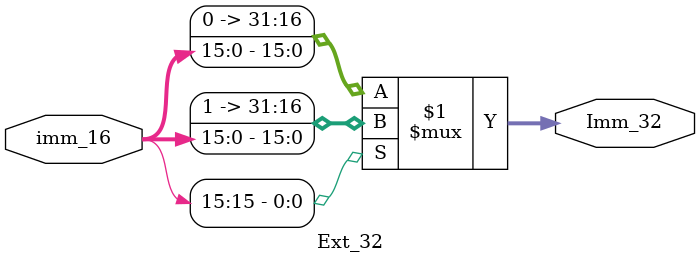
<source format=v>
`timescale 1ns / 1ps
module Ext_32(input [15:0] imm_16,
				  output[31:0] Imm_32
				 );

	assign Imm_32 = imm_16[15] ? {16'b1111111111111111,imm_16[15:0]} : {16'b0,imm_16[15:0]};  //À©Õ¹Îª32Î»·ûºÅÊý
	
endmodule

</source>
